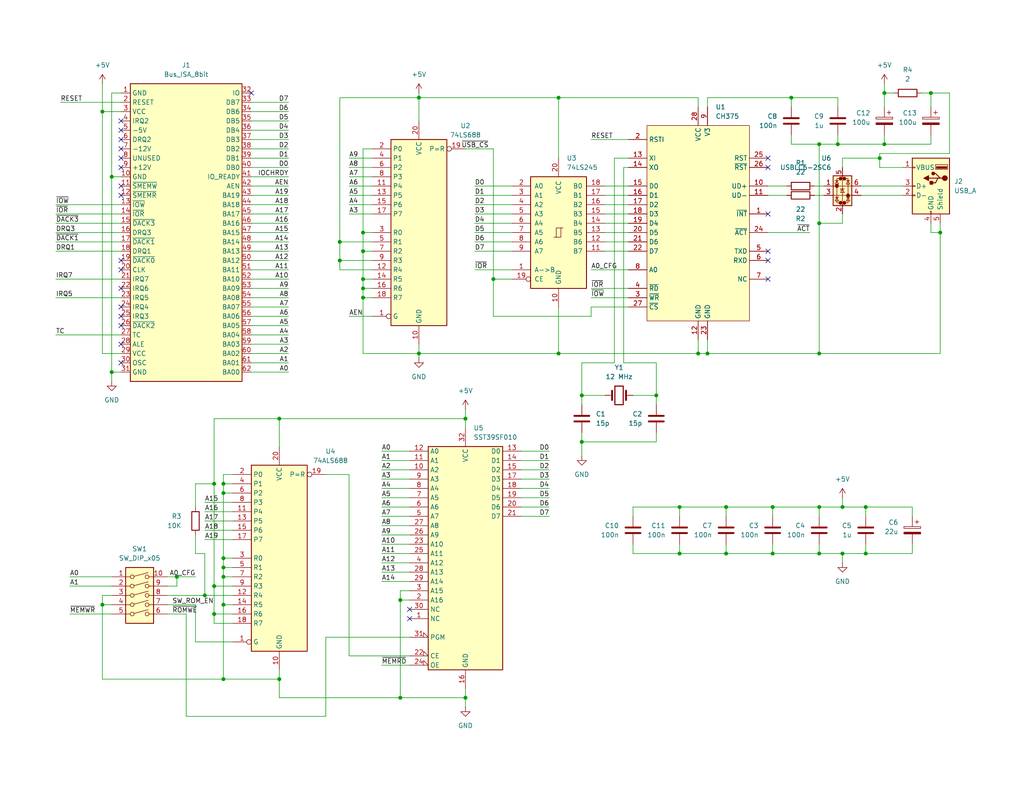
<source format=kicad_sch>
(kicad_sch (version 20231120) (generator "eeschema") (generator_version "8.0")
  (paper "USLetter")
  (title_block (title "USB In The Sky") (date "2024-09-24") (rev "1") (company "Surreality Labs"))
  (lib_symbols
    (symbol "74xx:74LS245" (pin_names (offset 1.016))
      (property "Reference" "U" (at -7.62 16.51 0))
      (property "Value" "74LS245" (at -7.62 -16.51 0))
      (symbol "74LS245_1_0"
        (pin input line (at -12.7 -10.16 0) (length 5.08) (name "A->B") (number "1"))
        (pin power_in line (at 0 -20.32 90) (length 5.08) (name "GND") (number "10"))
        (pin tri_state line (at 12.7 -5.08 180) (length 5.08) (name "B7") (number "11"))
        (pin tri_state line (at 12.7 -2.54 180) (length 5.08) (name "B6") (number "12"))
        (pin tri_state line (at 12.7 0 180) (length 5.08) (name "B5") (number "13"))
        (pin tri_state line (at 12.7 2.54 180) (length 5.08) (name "B4") (number "14"))
        (pin tri_state line (at 12.7 5.08 180) (length 5.08) (name "B3") (number "15"))
        (pin tri_state line (at 12.7 7.62 180) (length 5.08) (name "B2") (number "16"))
        (pin tri_state line (at 12.7 10.16 180) (length 5.08) (name "B1") (number "17"))
        (pin tri_state line (at 12.7 12.7 180) (length 5.08) (name "B0") (number "18"))
        (pin input inverted (at -12.7 -12.7 0) (length 5.08) (name "CE") (number "19"))
        (pin tri_state line (at -12.7 12.7 0) (length 5.08) (name "A0") (number "2"))
        (pin power_in line (at 0 20.32 270) (length 5.08) (name "VCC") (number "20"))
        (pin tri_state line (at -12.7 10.16 0) (length 5.08) (name "A1") (number "3"))
        (pin tri_state line (at -12.7 7.62 0) (length 5.08) (name "A2") (number "4"))
        (pin tri_state line (at -12.7 5.08 0) (length 5.08) (name "A3") (number "5"))
        (pin tri_state line (at -12.7 2.54 0) (length 5.08) (name "A4") (number "6"))
        (pin tri_state line (at -12.7 0 0) (length 5.08) (name "A5") (number "7"))
        (pin tri_state line (at -12.7 -2.54 0) (length 5.08) (name "A6") (number "8"))
        (pin tri_state line (at -12.7 -5.08 0) (length 5.08) (name "A7") (number "9"))
      )
    )
    (symbol "74xx:74LS688"
      (property "Reference" "U" (at -7.62 26.67 0))
      (property "Value" "74LS688" (at -7.62 -26.67 0))
      (symbol "74LS688_1_0"
        (pin input inverted (at -12.7 -22.86 0) (length 5.08) (name "G") (number "1"))
        (pin power_in line (at 0 -30.48 90) (length 5.08) (name "GND") (number "10"))
        (pin input line (at -12.7 12.7 0) (length 5.08) (name "P4") (number "11"))
        (pin input line (at -12.7 -10.16 0) (length 5.08) (name "R4") (number "12"))
        (pin input line (at -12.7 10.16 0) (length 5.08) (name "P5") (number "13"))
        (pin input line (at -12.7 -12.7 0) (length 5.08) (name "R5") (number "14"))
        (pin input line (at -12.7 7.62 0) (length 5.08) (name "P6") (number "15"))
        (pin input line (at -12.7 -15.24 0) (length 5.08) (name "R6") (number "16"))
        (pin input line (at -12.7 5.08 0) (length 5.08) (name "P7") (number "17"))
        (pin input line (at -12.7 -17.78 0) (length 5.08) (name "R7") (number "18"))
        (pin output inverted (at 12.7 22.86 180) (length 5.08) (name "P=R") (number "19"))
        (pin input line (at -12.7 22.86 0) (length 5.08) (name "P0") (number "2"))
        (pin power_in line (at 0 30.48 270) (length 5.08) (name "VCC") (number "20"))
        (pin input line (at -12.7 0 0) (length 5.08) (name "R0") (number "3"))
        (pin input line (at -12.7 20.32 0) (length 5.08) (name "P1") (number "4"))
        (pin input line (at -12.7 -2.54 0) (length 5.08) (name "R1") (number "5"))
        (pin input line (at -12.7 17.78 0) (length 5.08) (name "P2") (number "6"))
        (pin input line (at -12.7 -5.08 0) (length 5.08) (name "R2") (number "7"))
        (pin input line (at -12.7 15.24 0) (length 5.08) (name "P3") (number "8"))
        (pin input line (at -12.7 -7.62 0) (length 5.08) (name "R3") (number "9"))
      )
    )
    (symbol "Connector:Bus_ISA_8bit"
      (property "Reference" "J" (at 0 42.545 0))
      (property "Value" "Bus_ISA_8bit" (at 0 -42.545 0))
      (symbol "Bus_ISA_8bit_1_1"
        (pin power_in line (at -17.78 38.1 0) (length 2.54) (name "GND") (number "1"))
        (pin power_in line (at -17.78 15.24 0) (length 2.54) (name "GND") (number "10"))
        (pin output line (at -17.78 12.7 0) (length 2.54) (name "~{SMEMW}") (number "11"))
        (pin output line (at -17.78 10.16 0) (length 2.54) (name "~{SMEMR}") (number "12"))
        (pin output line (at -17.78 7.62 0) (length 2.54) (name "~{IOW}") (number "13"))
        (pin output line (at -17.78 5.08 0) (length 2.54) (name "~{IOR}") (number "14"))
        (pin passive line (at -17.78 2.54 0) (length 2.54) (name "~{DACK3}") (number "15"))
        (pin passive line (at -17.78 0 0) (length 2.54) (name "DRQ3") (number "16"))
        (pin passive line (at -17.78 -2.54 0) (length 2.54) (name "~{DACK1}") (number "17"))
        (pin passive line (at -17.78 -5.08 0) (length 2.54) (name "DRQ1") (number "18"))
        (pin passive line (at -17.78 -7.62 0) (length 2.54) (name "~{DACK0}") (number "19"))
        (pin output line (at -17.78 35.56 0) (length 2.54) (name "RESET") (number "2"))
        (pin output line (at -17.78 -10.16 0) (length 2.54) (name "CLK") (number "20"))
        (pin passive line (at -17.78 -12.7 0) (length 2.54) (name "IRQ7") (number "21"))
        (pin passive line (at -17.78 -15.24 0) (length 2.54) (name "IRQ6") (number "22"))
        (pin passive line (at -17.78 -17.78 0) (length 2.54) (name "IRQ5") (number "23"))
        (pin passive line (at -17.78 -20.32 0) (length 2.54) (name "IRQ4") (number "24"))
        (pin passive line (at -17.78 -22.86 0) (length 2.54) (name "IRQ3") (number "25"))
        (pin passive line (at -17.78 -25.4 0) (length 2.54) (name "~{DACK2}") (number "26"))
        (pin passive line (at -17.78 -27.94 0) (length 2.54) (name "TC") (number "27"))
        (pin output line (at -17.78 -30.48 0) (length 2.54) (name "ALE") (number "28"))
        (pin power_in line (at -17.78 -33.02 0) (length 2.54) (name "VCC") (number "29"))
        (pin power_in line (at -17.78 33.02 0) (length 2.54) (name "VCC") (number "3"))
        (pin output line (at -17.78 -35.56 0) (length 2.54) (name "OSC") (number "30"))
        (pin power_in line (at -17.78 -38.1 0) (length 2.54) (name "GND") (number "31"))
        (pin passive line (at 17.78 38.1 180) (length 2.54) (name "IO") (number "32"))
        (pin tri_state line (at 17.78 35.56 180) (length 2.54) (name "DB7") (number "33"))
        (pin tri_state line (at 17.78 33.02 180) (length 2.54) (name "DB6") (number "34"))
        (pin tri_state line (at 17.78 30.48 180) (length 2.54) (name "DB5") (number "35"))
        (pin tri_state line (at 17.78 27.94 180) (length 2.54) (name "DB4") (number "36"))
        (pin tri_state line (at 17.78 25.4 180) (length 2.54) (name "DB3") (number "37"))
        (pin tri_state line (at 17.78 22.86 180) (length 2.54) (name "DB2") (number "38"))
        (pin tri_state line (at 17.78 20.32 180) (length 2.54) (name "DB1") (number "39"))
        (pin passive line (at -17.78 30.48 0) (length 2.54) (name "IRQ2") (number "4"))
        (pin tri_state line (at 17.78 17.78 180) (length 2.54) (name "DB0") (number "40"))
        (pin passive line (at 17.78 15.24 180) (length 2.54) (name "IO_READY") (number "41"))
        (pin output line (at 17.78 12.7 180) (length 2.54) (name "AEN") (number "42"))
        (pin tri_state line (at 17.78 10.16 180) (length 2.54) (name "BA19") (number "43"))
        (pin tri_state line (at 17.78 7.62 180) (length 2.54) (name "BA18") (number "44"))
        (pin tri_state line (at 17.78 5.08 180) (length 2.54) (name "BA17") (number "45"))
        (pin tri_state line (at 17.78 2.54 180) (length 2.54) (name "BA16") (number "46"))
        (pin tri_state line (at 17.78 0 180) (length 2.54) (name "BA15") (number "47"))
        (pin tri_state line (at 17.78 -2.54 180) (length 2.54) (name "BA14") (number "48"))
        (pin tri_state line (at 17.78 -5.08 180) (length 2.54) (name "BA13") (number "49"))
        (pin power_in line (at -17.78 27.94 0) (length 2.54) (name "-5V") (number "5"))
        (pin tri_state line (at 17.78 -7.62 180) (length 2.54) (name "BA12") (number "50"))
        (pin tri_state line (at 17.78 -10.16 180) (length 2.54) (name "BA11") (number "51"))
        (pin tri_state line (at 17.78 -12.7 180) (length 2.54) (name "BA10") (number "52"))
        (pin tri_state line (at 17.78 -15.24 180) (length 2.54) (name "BA09") (number "53"))
        (pin tri_state line (at 17.78 -17.78 180) (length 2.54) (name "BA08") (number "54"))
        (pin tri_state line (at 17.78 -20.32 180) (length 2.54) (name "BA07") (number "55"))
        (pin tri_state line (at 17.78 -22.86 180) (length 2.54) (name "BA06") (number "56"))
        (pin tri_state line (at 17.78 -25.4 180) (length 2.54) (name "BA05") (number "57"))
        (pin tri_state line (at 17.78 -27.94 180) (length 2.54) (name "BA04") (number "58"))
        (pin tri_state line (at 17.78 -30.48 180) (length 2.54) (name "BA03") (number "59"))
        (pin passive line (at -17.78 25.4 0) (length 2.54) (name "DRQ2") (number "6"))
        (pin tri_state line (at 17.78 -33.02 180) (length 2.54) (name "BA02") (number "60"))
        (pin tri_state line (at 17.78 -35.56 180) (length 2.54) (name "BA01") (number "61"))
        (pin tri_state line (at 17.78 -38.1 180) (length 2.54) (name "BA00") (number "62"))
        (pin power_in line (at -17.78 22.86 0) (length 2.54) (name "-12V") (number "7"))
        (pin passive line (at -17.78 20.32 0) (length 2.54) (name "UNUSED") (number "8"))
        (pin power_in line (at -17.78 17.78 0) (length 2.54) (name "+12V") (number "9"))
      )
    )
    (symbol "Connector:USB_A" (pin_names (offset 1.016))
      (property "Reference" "J" (at -5.08 11.43 0))
      (property "Value" "USB_A" (at -5.08 8.89 0))
      (symbol "USB_A_1_1"
        (pin power_in line (at 7.62 5.08 180) (length 2.54) (name "VBUS") (number "1"))
        (pin bidirectional line (at 7.62 -2.54 180) (length 2.54) (name "D-") (number "2"))
        (pin bidirectional line (at 7.62 0 180) (length 2.54) (name "D+") (number "3"))
        (pin power_in line (at 0 -10.16 90) (length 2.54) (name "GND") (number "4"))
        (pin passive line (at -2.54 -10.16 90) (length 2.54) (name "Shield") (number "5"))
      )
    )
    (symbol "Device:C" (pin_numbers hide) (pin_names (offset 0.254))
      (property "Reference" "C" (at 0.635 2.54 0))
      (property "Value" "C" (at 0.635 -2.54 0))
      (symbol "C_1_1"
        (pin passive line (at 0 3.81 270) (length 2.794) (name "~") (number "1"))
        (pin passive line (at 0 -3.81 90) (length 2.794) (name "~") (number "2"))
      )
    )
    (symbol "Device:C_Polarized" (pin_numbers hide) (pin_names (offset 0.254))
      (property "Reference" "C" (at 0.635 2.54 0))
      (property "Value" "C_Polarized" (at 0.635 -2.54 0))
      (symbol "C_Polarized_1_1"
        (pin passive line (at 0 3.81 270) (length 2.794) (name "~") (number "1"))
        (pin passive line (at 0 -3.81 90) (length 2.794) (name "~") (number "2"))
      )
    )
    (symbol "Device:Crystal" (pin_numbers hide) (pin_names (offset 1.016) hide)
      (property "Reference" "Y" (at 0 3.81 0))
      (property "Value" "Crystal" (at 0 -3.81 0))
      (symbol "Crystal_1_1"
        (pin passive line (at -3.81 0 0) (length 1.27) (name "1") (number "1"))
        (pin passive line (at 3.81 0 180) (length 1.27) (name "2") (number "2"))
      )
    )
    (symbol "Device:R" (pin_numbers hide) (pin_names (offset 0))
      (property "Reference" "R" (at 2.032 0 90))
      (property "Value" "R" (at 0 0 90))
      (symbol "R_1_1"
        (pin passive line (at 0 3.81 270) (length 1.27) (name "~") (number "1"))
        (pin passive line (at 0 -3.81 90) (length 1.27) (name "~") (number "2"))
      )
    )
    (symbol "Memory_Flash:SST39SF010"
      (property "Reference" "U" (at 2.54 33.02 0))
      (property "Value" "SST39SF010" (at 0 -30.48 0))
      (symbol "SST39SF010_0_0"
        (pin power_in line (at 0 -34.29 90) (length 5.08) (name "GND") (number "16"))
        (pin power_in line (at 0 36.83 270) (length 5.08) (name "VCC") (number "32"))
      )
      (symbol "SST39SF010_1_1"
        (pin input line (at -15.24 -15.24 0) (length 5.08) (name "NC") (number "1"))
        (pin input line (at -15.24 25.4 0) (length 5.08) (name "A2") (number "10"))
        (pin input line (at -15.24 27.94 0) (length 5.08) (name "A1") (number "11"))
        (pin input line (at -15.24 30.48 0) (length 5.08) (name "A0") (number "12"))
        (pin tri_state line (at 15.24 30.48 180) (length 5.08) (name "D0") (number "13"))
        (pin tri_state line (at 15.24 27.94 180) (length 5.08) (name "D1") (number "14"))
        (pin tri_state line (at 15.24 25.4 180) (length 5.08) (name "D2") (number "15"))
        (pin tri_state line (at 15.24 22.86 180) (length 5.08) (name "D3") (number "17"))
        (pin tri_state line (at 15.24 20.32 180) (length 5.08) (name "D4") (number "18"))
        (pin tri_state line (at 15.24 17.78 180) (length 5.08) (name "D5") (number "19"))
        (pin input line (at -15.24 -10.16 0) (length 5.08) (name "A16") (number "2"))
        (pin tri_state line (at 15.24 15.24 180) (length 5.08) (name "D6") (number "20"))
        (pin tri_state line (at 15.24 12.7 180) (length 5.08) (name "D7") (number "21"))
        (pin input input_low (at -15.24 -25.4 0) (length 5.08) (name "CE") (number "22"))
        (pin input line (at -15.24 5.08 0) (length 5.08) (name "A10") (number "23"))
        (pin input input_low (at -15.24 -27.94 0) (length 5.08) (name "OE") (number "24"))
        (pin input line (at -15.24 2.54 0) (length 5.08) (name "A11") (number "25"))
        (pin input line (at -15.24 7.62 0) (length 5.08) (name "A9") (number "26"))
        (pin input line (at -15.24 10.16 0) (length 5.08) (name "A8") (number "27"))
        (pin input line (at -15.24 -2.54 0) (length 5.08) (name "A13") (number "28"))
        (pin input line (at -15.24 -5.08 0) (length 5.08) (name "A14") (number "29"))
        (pin input line (at -15.24 -7.62 0) (length 5.08) (name "A15") (number "3"))
        (pin input line (at -15.24 -12.7 0) (length 5.08) (name "NC") (number "30"))
        (pin input input_low (at -15.24 -20.32 0) (length 5.08) (name "PGM") (number "31"))
        (pin input line (at -15.24 0 0) (length 5.08) (name "A12") (number "4"))
        (pin input line (at -15.24 12.7 0) (length 5.08) (name "A7") (number "5"))
        (pin input line (at -15.24 15.24 0) (length 5.08) (name "A6") (number "6"))
        (pin input line (at -15.24 17.78 0) (length 5.08) (name "A5") (number "7"))
        (pin input line (at -15.24 20.32 0) (length 5.08) (name "A4") (number "8"))
        (pin input line (at -15.24 22.86 0) (length 5.08) (name "A3") (number "9"))
      )
    )
    (symbol "Power_Protection:USBLC6-2SC6" (pin_names hide)
      (property "Reference" "U" (at 0.635 5.715 0))
      (property "Value" "USBLC6-2SC6" (at 0.635 3.81 0))
      (symbol "USBLC6-2SC6_1_1"
        (pin passive line (at -5.08 0 0) (length 2.54) (name "I/O1") (number "1"))
        (pin passive line (at 0 -7.62 90) (length 2.54) (name "GND") (number "2"))
        (pin passive line (at -5.08 -2.54 0) (length 2.54) (name "I/O2") (number "3"))
        (pin passive line (at 5.08 -2.54 180) (length 2.54) (name "I/O2") (number "4"))
        (pin passive line (at 0 5.08 270) (length 2.54) (name "VBUS") (number "5"))
        (pin passive line (at 5.08 0 180) (length 2.54) (name "I/O1") (number "6"))
      )
    )
    (symbol "Switch:SW_DIP_x05" (pin_names (offset 0) hide)
      (property "Reference" "SW" (at 0 8.89 0))
      (property "Value" "SW_DIP_x05" (at 0 -8.89 0))
      (symbol "SW_DIP_x05_1_1"
        (pin passive line (at -7.62 5.08 0) (length 5.08) (name "~") (number "1"))
        (pin passive line (at 7.62 5.08 180) (length 5.08) (name "~") (number "10"))
        (pin passive line (at -7.62 2.54 0) (length 5.08) (name "~") (number "2"))
        (pin passive line (at -7.62 0 0) (length 5.08) (name "~") (number "3"))
        (pin passive line (at -7.62 -2.54 0) (length 5.08) (name "~") (number "4"))
        (pin passive line (at -7.62 -5.08 0) (length 5.08) (name "~") (number "5"))
        (pin passive line (at 7.62 -5.08 180) (length 5.08) (name "~") (number "6"))
        (pin passive line (at 7.62 -2.54 180) (length 5.08) (name "~") (number "7"))
        (pin passive line (at 7.62 0 180) (length 5.08) (name "~") (number "8"))
        (pin passive line (at 7.62 2.54 180) (length 5.08) (name "~") (number "9"))
      )
    )
    (symbol "pc-parts:CH375"
      (property "Reference" "U" (at 0 0 0))
      (symbol "CH375_0_0"
        (pin output line (at 19.05 2.54 180) (length 5.08) (name "~{INT}") (number "1"))
        (pin bidirectional line (at 19.05 10.16 180) (length 5.08) (name "UD+") (number "10"))
        (pin bidirectional line (at 19.05 7.62 180) (length 5.08) (name "UD-") (number "11"))
        (pin power_in line (at 0 -31.75 90) (length 5.08) (name "GND") (number "12"))
        (pin input line (at -19.05 17.78 0) (length 5.08) (name "XI") (number "13"))
        (pin output line (at -19.05 15.24 0) (length 5.08) (name "XO") (number "14"))
        (pin bidirectional line (at -19.05 10.16 0) (length 5.08) (name "D0") (number "15"))
        (pin bidirectional line (at -19.05 7.62 0) (length 5.08) (name "D1") (number "16"))
        (pin bidirectional line (at -19.05 5.08 0) (length 5.08) (name "D2") (number "17"))
        (pin bidirectional line (at -19.05 2.54 0) (length 5.08) (name "D3") (number "18"))
        (pin bidirectional line (at -19.05 0 0) (length 5.08) (name "D4") (number "19"))
        (pin input line (at -19.05 22.86 0) (length 5.08) (name "RSTI") (number "2"))
        (pin bidirectional line (at -19.05 -2.54 0) (length 5.08) (name "D5") (number "20"))
        (pin bidirectional line (at -19.05 -5.08 0) (length 5.08) (name "D6") (number "21"))
        (pin bidirectional line (at -19.05 -7.62 0) (length 5.08) (name "D7") (number "22"))
        (pin power_in line (at 2.54 -31.75 90) (length 5.08) (name "GND") (number "23"))
        (pin output line (at 19.05 -2.54 180) (length 5.08) (name "~{ACT}") (number "24"))
        (pin output line (at 19.05 17.78 180) (length 5.08) (name "RST") (number "25"))
        (pin output line (at 19.05 15.24 180) (length 5.08) (name "~{RST}") (number "26"))
        (pin input line (at -19.05 -22.86 0) (length 5.08) (name "~{CS}") (number "27"))
        (pin power_in line (at 0 31.75 270) (length 5.08) (name "VCC") (number "28"))
        (pin input line (at -19.05 -20.32 0) (length 5.08) (name "~{WR}") (number "3"))
        (pin input line (at -19.05 -17.78 0) (length 5.08) (name "~{RD}") (number "4"))
        (pin bidirectional line (at 19.05 -7.62 180) (length 5.08) (name "TXD") (number "5"))
        (pin input line (at 19.05 -10.16 180) (length 5.08) (name "RXD") (number "6"))
        (pin input line (at 19.05 -15.24 180) (length 5.08) (name "NC") (number "7"))
        (pin input line (at -19.05 -12.7 0) (length 5.08) (name "A0") (number "8"))
        (pin power_in line (at 2.54 31.75 270) (length 5.08) (name "V3") (number "9"))
      )
    )
    (symbol "power:+5V" (power) (pin_numbers hide) (pin_names (offset 0) hide)
      (property "Value" "+5V" (at 0 3.556 0))
      (symbol "+5V_1_1"
        (pin power_in line (at 0 0 90) (length 0) (name "~") (number "1"))
      )
    )
    (symbol "power:GND" (power) (pin_numbers hide) (pin_names (offset 0) hide)
      (property "Value" "GND" (at 0 -3.81 0))
      (symbol "GND_1_1"
        (pin power_in line (at 0 0 270) (length 0) (name "~") (number "1"))
      )
    )
  )
  (junction (at 127 114.3))
  (junction (at 60.96 165.1))
  (junction (at 190.5 96.52))
  (junction (at 215.9 26.67))
  (junction (at 58.42 132.08))
  (junction (at 60.96 157.48))
  (junction (at 27.94 30.48))
  (junction (at 134.62 76.2))
  (junction (at 114.3 26.67))
  (junction (at 185.42 138.43))
  (junction (at 109.22 190.5))
  (junction (at 58.42 167.64))
  (junction (at 127 190.5))
  (junction (at 152.4 96.52))
  (junction (at 256.54 63.5))
  (junction (at 99.06 63.5))
  (junction (at 229.87 151.13))
  (junction (at 92.71 66.04))
  (junction (at 30.48 101.6))
  (junction (at 60.96 152.4))
  (junction (at 48.26 157.48))
  (junction (at 99.06 68.58))
  (junction (at 241.3 25.4))
  (junction (at 198.12 138.43))
  (junction (at 179.07 107.95))
  (junction (at 236.22 151.13))
  (junction (at 58.42 160.02))
  (junction (at 109.22 163.83))
  (junction (at 185.42 151.13))
  (junction (at 76.2 114.3))
  (junction (at 210.82 151.13))
  (junction (at 223.52 39.37))
  (junction (at 76.2 185.42))
  (junction (at 228.6 39.37))
  (junction (at 193.04 96.52))
  (junction (at 241.3 39.37))
  (junction (at 158.75 107.95))
  (junction (at 60.96 154.94))
  (junction (at 60.96 134.62))
  (junction (at 240.03 43.18))
  (junction (at 229.87 138.43))
  (junction (at 158.75 120.65))
  (junction (at 223.52 151.13))
  (junction (at 27.94 165.1))
  (junction (at 114.3 96.52))
  (junction (at 99.06 78.74))
  (junction (at 60.96 132.08))
  (junction (at 223.52 138.43))
  (junction (at 236.22 138.43))
  (junction (at 92.71 71.12))
  (junction (at 152.4 26.67))
  (junction (at 99.06 76.2))
  (junction (at 198.12 151.13))
  (junction (at 223.52 60.96))
  (junction (at 223.52 96.52))
  (junction (at 55.88 162.56))
  (junction (at 254 25.4))
  (junction (at 99.06 81.28))
  (junction (at 30.48 48.26))
  (junction (at 60.96 185.42))
  (junction (at 210.82 138.43))
  (no_connect (at 111.76 168.91))
  (no_connect (at 33.02 45.72))
  (no_connect (at 209.55 68.58))
  (no_connect (at 33.02 50.8))
  (no_connect (at 33.02 40.64))
  (no_connect (at 33.02 71.12))
  (no_connect (at 33.02 78.74))
  (no_connect (at 33.02 38.1))
  (no_connect (at 209.55 76.2))
  (no_connect (at 33.02 35.56))
  (no_connect (at 33.02 53.34))
  (no_connect (at 68.58 25.4))
  (no_connect (at 33.02 73.66))
  (no_connect (at 33.02 99.06))
  (no_connect (at 33.02 88.9))
  (no_connect (at 33.02 43.18))
  (no_connect (at 33.02 33.02))
  (no_connect (at 209.55 45.72))
  (no_connect (at 33.02 86.36))
  (no_connect (at 209.55 58.42))
  (no_connect (at 209.55 43.18))
  (no_connect (at 33.02 93.98))
  (no_connect (at 111.76 166.37))
  (no_connect (at 209.55 71.12))
  (no_connect (at 33.02 83.82))
  (wire (pts (xy 30.48 101.6) (xy 33.02 101.6)))
  (wire (pts (xy 111.76 125.73) (xy 104.14 125.73)))
  (wire (pts (xy 185.42 140.97) (xy 185.42 138.43)))
  (wire (pts (xy 111.76 156.21) (xy 104.14 156.21)))
  (wire (pts (xy 228.6 39.37) (xy 241.3 39.37)))
  (wire (pts (xy 193.04 29.21) (xy 193.04 26.67)))
  (wire (pts (xy 165.1 66.04) (xy 171.45 66.04)))
  (wire (pts (xy 111.76 138.43) (xy 104.14 138.43)))
  (wire (pts (xy 198.12 140.97) (xy 198.12 138.43)))
  (wire (pts (xy 165.1 68.58) (xy 171.45 68.58)))
  (wire (pts (xy 55.88 162.56) (xy 63.5 162.56)))
  (wire (pts (xy 68.58 60.96) (xy 78.74 60.96)))
  (wire (pts (xy 223.52 148.59) (xy 223.52 151.13)))
  (wire (pts (xy 161.29 73.66) (xy 171.45 73.66)))
  (wire (pts (xy 58.42 160.02) (xy 58.42 167.64)))
  (wire (pts (xy 198.12 151.13) (xy 185.42 151.13)))
  (wire (pts (xy 58.42 160.02) (xy 63.5 160.02)))
  (wire (pts (xy 248.92 138.43) (xy 248.92 140.97)))
  (wire (pts (xy 254 36.83) (xy 254 39.37)))
  (wire (pts (xy 95.25 86.36) (xy 101.6 86.36)))
  (wire (pts (xy 228.6 36.83) (xy 228.6 39.37)))
  (wire (pts (xy 215.9 26.67) (xy 215.9 29.21)))
  (wire (pts (xy 241.3 25.4) (xy 241.3 29.21)))
  (wire (pts (xy 15.24 66.04) (xy 33.02 66.04)))
  (wire (pts (xy 114.3 25.4) (xy 114.3 26.67)))
  (wire (pts (xy 76.2 182.88) (xy 76.2 185.42)))
  (wire (pts (xy 95.25 50.8) (xy 101.6 50.8)))
  (wire (pts (xy 76.2 114.3) (xy 76.2 121.92)))
  (wire (pts (xy 185.42 138.43) (xy 198.12 138.43)))
  (wire (pts (xy 254 39.37) (xy 241.3 39.37)))
  (wire (pts (xy 111.76 163.83) (xy 109.22 163.83)))
  (wire (pts (xy 193.04 96.52) (xy 223.52 96.52)))
  (wire (pts (xy 223.52 96.52) (xy 256.54 96.52)))
  (wire (pts (xy 95.25 129.54) (xy 95.25 179.07)))
  (wire (pts (xy 68.58 55.88) (xy 78.74 55.88)))
  (wire (pts (xy 104.14 181.61) (xy 111.76 181.61)))
  (wire (pts (xy 139.7 68.58) (xy 129.54 68.58)))
  (wire (pts (xy 111.76 135.89) (xy 104.14 135.89)))
  (wire (pts (xy 68.58 88.9) (xy 78.74 88.9)))
  (wire (pts (xy 139.7 50.8) (xy 129.54 50.8)))
  (wire (pts (xy 165.1 63.5) (xy 171.45 63.5)))
  (wire (pts (xy 109.22 161.29) (xy 109.22 163.83)))
  (wire (pts (xy 68.58 81.28) (xy 78.74 81.28)))
  (wire (pts (xy 158.75 120.65) (xy 158.75 118.11)))
  (wire (pts (xy 58.42 167.64) (xy 63.5 167.64)))
  (wire (pts (xy 50.8 167.64) (xy 50.8 195.58)))
  (wire (pts (xy 45.72 167.64) (xy 50.8 167.64)))
  (wire (pts (xy 53.34 138.43) (xy 53.34 132.08)))
  (wire (pts (xy 63.5 147.32) (xy 55.88 147.32)))
  (wire (pts (xy 179.07 120.65) (xy 158.75 120.65)))
  (wire (pts (xy 111.76 148.59) (xy 104.14 148.59)))
  (wire (pts (xy 58.42 114.3) (xy 58.42 132.08)))
  (wire (pts (xy 60.96 134.62) (xy 60.96 152.4)))
  (wire (pts (xy 198.12 151.13) (xy 198.12 148.59)))
  (wire (pts (xy 127 190.5) (xy 127 193.04)))
  (wire (pts (xy 99.06 76.2) (xy 99.06 78.74)))
  (wire (pts (xy 95.25 179.07) (xy 111.76 179.07)))
  (wire (pts (xy 111.76 158.75) (xy 104.14 158.75)))
  (wire (pts (xy 111.76 153.67) (xy 104.14 153.67)))
  (wire (pts (xy 179.07 99.06) (xy 179.07 107.95)))
  (wire (pts (xy 114.3 26.67) (xy 152.4 26.67)))
  (wire (pts (xy 68.58 91.44) (xy 78.74 91.44)))
  (wire (pts (xy 254 63.5) (xy 256.54 63.5)))
  (wire (pts (xy 30.48 48.26) (xy 30.48 101.6)))
  (wire (pts (xy 142.24 138.43) (xy 149.86 138.43)))
  (wire (pts (xy 68.58 30.48) (xy 78.74 30.48)))
  (wire (pts (xy 68.58 45.72) (xy 78.74 45.72)))
  (wire (pts (xy 27.94 22.86) (xy 27.94 30.48)))
  (wire (pts (xy 210.82 140.97) (xy 210.82 138.43)))
  (wire (pts (xy 170.18 99.06) (xy 179.07 99.06)))
  (wire (pts (xy 58.42 114.3) (xy 76.2 114.3)))
  (wire (pts (xy 171.45 83.82) (xy 161.29 83.82)))
  (wire (pts (xy 193.04 26.67) (xy 215.9 26.67)))
  (wire (pts (xy 152.4 96.52) (xy 152.4 83.82)))
  (wire (pts (xy 60.96 154.94) (xy 60.96 152.4)))
  (wire (pts (xy 165.1 55.88) (xy 171.45 55.88)))
  (wire (pts (xy 99.06 76.2) (xy 101.6 76.2)))
  (wire (pts (xy 165.1 58.42) (xy 171.45 58.42)))
  (wire (pts (xy 68.58 86.36) (xy 78.74 86.36)))
  (wire (pts (xy 68.58 53.34) (xy 78.74 53.34)))
  (wire (pts (xy 210.82 151.13) (xy 210.82 148.59)))
  (wire (pts (xy 68.58 78.74) (xy 78.74 78.74)))
  (wire (pts (xy 158.75 99.06) (xy 158.75 107.95)))
  (wire (pts (xy 50.8 195.58) (xy 88.9 195.58)))
  (wire (pts (xy 15.24 81.28) (xy 33.02 81.28)))
  (wire (pts (xy 68.58 93.98) (xy 78.74 93.98)))
  (wire (pts (xy 190.5 26.67) (xy 152.4 26.67)))
  (wire (pts (xy 68.58 48.26) (xy 78.74 48.26)))
  (wire (pts (xy 48.26 160.02) (xy 48.26 157.48)))
  (wire (pts (xy 161.29 81.28) (xy 171.45 81.28)))
  (wire (pts (xy 210.82 138.43) (xy 223.52 138.43)))
  (wire (pts (xy 19.05 157.48) (xy 30.48 157.48)))
  (wire (pts (xy 240.03 43.18) (xy 229.87 43.18)))
  (wire (pts (xy 251.46 25.4) (xy 254 25.4)))
  (wire (pts (xy 60.96 157.48) (xy 60.96 154.94)))
  (wire (pts (xy 111.76 161.29) (xy 109.22 161.29)))
  (wire (pts (xy 68.58 83.82) (xy 78.74 83.82)))
  (wire (pts (xy 27.94 165.1) (xy 30.48 165.1)))
  (wire (pts (xy 240.03 41.91) (xy 259.08 41.91)))
  (wire (pts (xy 48.26 157.48) (xy 53.34 157.48)))
  (wire (pts (xy 114.3 96.52) (xy 114.3 93.98)))
  (wire (pts (xy 53.34 146.05) (xy 53.34 151.13)))
  (wire (pts (xy 60.96 132.08) (xy 60.96 134.62)))
  (wire (pts (xy 92.71 66.04) (xy 92.71 71.12)))
  (wire (pts (xy 68.58 35.56) (xy 78.74 35.56)))
  (wire (pts (xy 222.25 50.8) (xy 224.79 50.8)))
  (wire (pts (xy 167.64 99.06) (xy 167.64 43.18)))
  (wire (pts (xy 99.06 78.74) (xy 101.6 78.74)))
  (wire (pts (xy 209.55 53.34) (xy 214.63 53.34)))
  (wire (pts (xy 190.5 96.52) (xy 193.04 96.52)))
  (wire (pts (xy 60.96 134.62) (xy 63.5 134.62)))
  (wire (pts (xy 63.5 175.26) (xy 53.34 175.26)))
  (wire (pts (xy 161.29 78.74) (xy 171.45 78.74)))
  (wire (pts (xy 193.04 96.52) (xy 193.04 92.71)))
  (wire (pts (xy 60.96 165.1) (xy 60.96 157.48)))
  (wire (pts (xy 222.25 53.34) (xy 224.79 53.34)))
  (wire (pts (xy 127 114.3) (xy 76.2 114.3)))
  (wire (pts (xy 95.25 58.42) (xy 101.6 58.42)))
  (wire (pts (xy 68.58 63.5) (xy 78.74 63.5)))
  (wire (pts (xy 139.7 58.42) (xy 129.54 58.42)))
  (wire (pts (xy 223.52 60.96) (xy 223.52 96.52)))
  (wire (pts (xy 99.06 96.52) (xy 114.3 96.52)))
  (wire (pts (xy 254 60.96) (xy 254 63.5)))
  (wire (pts (xy 127 40.64) (xy 134.62 40.64)))
  (wire (pts (xy 158.75 107.95) (xy 158.75 110.49)))
  (wire (pts (xy 161.29 38.1) (xy 171.45 38.1)))
  (wire (pts (xy 241.3 25.4) (xy 243.84 25.4)))
  (wire (pts (xy 111.76 130.81) (xy 104.14 130.81)))
  (wire (pts (xy 248.92 148.59) (xy 248.92 151.13)))
  (wire (pts (xy 228.6 26.67) (xy 228.6 29.21)))
  (wire (pts (xy 259.08 41.91) (xy 259.08 25.4)))
  (wire (pts (xy 95.25 53.34) (xy 101.6 53.34)))
  (wire (pts (xy 19.05 160.02) (xy 30.48 160.02)))
  (wire (pts (xy 167.64 43.18) (xy 171.45 43.18)))
  (wire (pts (xy 215.9 39.37) (xy 223.52 39.37)))
  (wire (pts (xy 68.58 96.52) (xy 78.74 96.52)))
  (wire (pts (xy 223.52 39.37) (xy 228.6 39.37)))
  (wire (pts (xy 27.94 162.56) (xy 27.94 165.1)))
  (wire (pts (xy 99.06 40.64) (xy 99.06 63.5)))
  (wire (pts (xy 68.58 73.66) (xy 78.74 73.66)))
  (wire (pts (xy 142.24 123.19) (xy 149.86 123.19)))
  (wire (pts (xy 92.71 71.12) (xy 101.6 71.12)))
  (wire (pts (xy 68.58 66.04) (xy 78.74 66.04)))
  (wire (pts (xy 95.25 45.72) (xy 101.6 45.72)))
  (wire (pts (xy 19.05 167.64) (xy 30.48 167.64)))
  (wire (pts (xy 139.7 53.34) (xy 129.54 53.34)))
  (wire (pts (xy 109.22 190.5) (xy 127 190.5)))
  (wire (pts (xy 139.7 63.5) (xy 129.54 63.5)))
  (wire (pts (xy 15.24 63.5) (xy 33.02 63.5)))
  (wire (pts (xy 172.72 151.13) (xy 172.72 148.59)))
  (wire (pts (xy 68.58 99.06) (xy 78.74 99.06)))
  (wire (pts (xy 15.24 91.44) (xy 33.02 91.44)))
  (wire (pts (xy 55.88 151.13) (xy 55.88 162.56)))
  (wire (pts (xy 88.9 173.99) (xy 111.76 173.99)))
  (wire (pts (xy 15.24 68.58) (xy 33.02 68.58)))
  (wire (pts (xy 223.52 39.37) (xy 223.52 60.96)))
  (wire (pts (xy 210.82 151.13) (xy 198.12 151.13)))
  (wire (pts (xy 58.42 167.64) (xy 58.42 170.18)))
  (wire (pts (xy 223.52 138.43) (xy 223.52 140.97)))
  (wire (pts (xy 33.02 96.52) (xy 27.94 96.52)))
  (wire (pts (xy 68.58 76.2) (xy 78.74 76.2)))
  (wire (pts (xy 60.96 185.42) (xy 60.96 165.1)))
  (wire (pts (xy 45.72 162.56) (xy 55.88 162.56)))
  (wire (pts (xy 209.55 63.5) (xy 220.98 63.5)))
  (wire (pts (xy 229.87 151.13) (xy 223.52 151.13)))
  (wire (pts (xy 99.06 68.58) (xy 99.06 76.2)))
  (wire (pts (xy 15.24 76.2) (xy 33.02 76.2)))
  (wire (pts (xy 53.34 165.1) (xy 45.72 165.1)))
  (wire (pts (xy 109.22 190.5) (xy 76.2 190.5)))
  (wire (pts (xy 33.02 25.4) (xy 30.48 25.4)))
  (wire (pts (xy 63.5 139.7) (xy 55.88 139.7)))
  (wire (pts (xy 111.76 143.51) (xy 104.14 143.51)))
  (wire (pts (xy 30.48 48.26) (xy 33.02 48.26)))
  (wire (pts (xy 68.58 40.64) (xy 78.74 40.64)))
  (wire (pts (xy 30.48 101.6) (xy 30.48 104.14)))
  (wire (pts (xy 111.76 133.35) (xy 104.14 133.35)))
  (wire (pts (xy 161.29 83.82) (xy 161.29 86.36)))
  (wire (pts (xy 185.42 151.13) (xy 185.42 148.59)))
  (wire (pts (xy 171.45 45.72) (xy 170.18 45.72)))
  (wire (pts (xy 215.9 26.67) (xy 228.6 26.67)))
  (wire (pts (xy 76.2 190.5) (xy 76.2 185.42)))
  (wire (pts (xy 109.22 163.83) (xy 109.22 190.5)))
  (wire (pts (xy 127 116.84) (xy 127 114.3)))
  (wire (pts (xy 254 25.4) (xy 254 29.21)))
  (wire (pts (xy 68.58 38.1) (xy 78.74 38.1)))
  (wire (pts (xy 92.71 66.04) (xy 101.6 66.04)))
  (wire (pts (xy 68.58 71.12) (xy 78.74 71.12)))
  (wire (pts (xy 172.72 140.97) (xy 172.72 138.43)))
  (wire (pts (xy 76.2 185.42) (xy 60.96 185.42)))
  (wire (pts (xy 127 190.5) (xy 127 187.96)))
  (wire (pts (xy 223.52 60.96) (xy 229.87 60.96)))
  (wire (pts (xy 142.24 133.35) (xy 149.86 133.35)))
  (wire (pts (xy 165.1 53.34) (xy 171.45 53.34)))
  (wire (pts (xy 45.72 157.48) (xy 48.26 157.48)))
  (wire (pts (xy 209.55 50.8) (xy 214.63 50.8)))
  (wire (pts (xy 114.3 96.52) (xy 114.3 97.79)))
  (wire (pts (xy 60.96 129.54) (xy 60.96 132.08)))
  (wire (pts (xy 16.51 27.94) (xy 33.02 27.94)))
  (wire (pts (xy 27.94 185.42) (xy 60.96 185.42)))
  (wire (pts (xy 45.72 160.02) (xy 48.26 160.02)))
  (wire (pts (xy 114.3 96.52) (xy 152.4 96.52)))
  (wire (pts (xy 152.4 96.52) (xy 190.5 96.52)))
  (wire (pts (xy 179.07 107.95) (xy 172.72 107.95)))
  (wire (pts (xy 88.9 129.54) (xy 95.25 129.54)))
  (wire (pts (xy 134.62 86.36) (xy 134.62 76.2)))
  (wire (pts (xy 68.58 50.8) (xy 78.74 50.8)))
  (wire (pts (xy 236.22 138.43) (xy 248.92 138.43)))
  (wire (pts (xy 68.58 101.6) (xy 78.74 101.6)))
  (wire (pts (xy 179.07 107.95) (xy 179.07 110.49)))
  (wire (pts (xy 139.7 60.96) (xy 129.54 60.96)))
  (wire (pts (xy 179.07 118.11) (xy 179.07 120.65)))
  (wire (pts (xy 223.52 151.13) (xy 210.82 151.13)))
  (wire (pts (xy 185.42 151.13) (xy 172.72 151.13)))
  (wire (pts (xy 215.9 36.83) (xy 215.9 39.37)))
  (wire (pts (xy 92.71 26.67) (xy 114.3 26.67)))
  (wire (pts (xy 60.96 165.1) (xy 63.5 165.1)))
  (wire (pts (xy 142.24 135.89) (xy 149.86 135.89)))
  (wire (pts (xy 111.76 140.97) (xy 104.14 140.97)))
  (wire (pts (xy 95.25 55.88) (xy 101.6 55.88)))
  (wire (pts (xy 99.06 81.28) (xy 99.06 96.52)))
  (wire (pts (xy 234.95 50.8) (xy 246.38 50.8)))
  (wire (pts (xy 101.6 73.66) (xy 92.71 73.66)))
  (wire (pts (xy 241.3 36.83) (xy 241.3 39.37)))
  (wire (pts (xy 53.34 132.08) (xy 58.42 132.08)))
  (wire (pts (xy 229.87 151.13) (xy 229.87 153.67)))
  (wire (pts (xy 259.08 25.4) (xy 254 25.4)))
  (wire (pts (xy 170.18 45.72) (xy 170.18 99.06)))
  (wire (pts (xy 134.62 76.2) (xy 134.62 40.64)))
  (wire (pts (xy 229.87 135.89) (xy 229.87 138.43)))
  (wire (pts (xy 246.38 45.72) (xy 240.03 45.72)))
  (wire (pts (xy 92.71 71.12) (xy 92.71 73.66)))
  (wire (pts (xy 88.9 195.58) (xy 88.9 173.99)))
  (wire (pts (xy 229.87 138.43) (xy 236.22 138.43)))
  (wire (pts (xy 68.58 33.02) (xy 78.74 33.02)))
  (wire (pts (xy 99.06 40.64) (xy 101.6 40.64)))
  (wire (pts (xy 152.4 26.67) (xy 152.4 43.18)))
  (wire (pts (xy 53.34 175.26) (xy 53.34 165.1)))
  (wire (pts (xy 99.06 68.58) (xy 101.6 68.58)))
  (wire (pts (xy 27.94 185.42) (xy 27.94 165.1)))
  (wire (pts (xy 60.96 132.08) (xy 63.5 132.08)))
  (wire (pts (xy 158.75 120.65) (xy 158.75 124.46)))
  (wire (pts (xy 223.52 138.43) (xy 229.87 138.43)))
  (wire (pts (xy 68.58 58.42) (xy 78.74 58.42)))
  (wire (pts (xy 158.75 99.06) (xy 167.64 99.06)))
  (wire (pts (xy 63.5 170.18) (xy 58.42 170.18)))
  (wire (pts (xy 111.76 151.13) (xy 104.14 151.13)))
  (wire (pts (xy 129.54 73.66) (xy 139.7 73.66)))
  (wire (pts (xy 99.06 63.5) (xy 99.06 68.58)))
  (wire (pts (xy 190.5 96.52) (xy 190.5 92.71)))
  (wire (pts (xy 111.76 123.19) (xy 104.14 123.19)))
  (wire (pts (xy 165.1 50.8) (xy 171.45 50.8)))
  (wire (pts (xy 142.24 128.27) (xy 149.86 128.27)))
  (wire (pts (xy 142.24 125.73) (xy 149.86 125.73)))
  (wire (pts (xy 63.5 142.24) (xy 55.88 142.24)))
  (wire (pts (xy 161.29 86.36) (xy 134.62 86.36)))
  (wire (pts (xy 27.94 96.52) (xy 27.94 30.48)))
  (wire (pts (xy 229.87 58.42) (xy 229.87 60.96)))
  (wire (pts (xy 63.5 129.54) (xy 60.96 129.54)))
  (wire (pts (xy 53.34 151.13) (xy 55.88 151.13)))
  (wire (pts (xy 15.24 55.88) (xy 33.02 55.88)))
  (wire (pts (xy 165.1 60.96) (xy 171.45 60.96)))
  (wire (pts (xy 256.54 63.5) (xy 256.54 96.52)))
  (wire (pts (xy 111.76 128.27) (xy 104.14 128.27)))
  (wire (pts (xy 15.24 60.96) (xy 33.02 60.96)))
  (wire (pts (xy 236.22 138.43) (xy 236.22 140.97)))
  (wire (pts (xy 127 111.76) (xy 127 114.3)))
  (wire (pts (xy 60.96 157.48) (xy 63.5 157.48)))
  (wire (pts (xy 58.42 132.08) (xy 58.42 160.02)))
  (wire (pts (xy 15.24 58.42) (xy 33.02 58.42)))
  (wire (pts (xy 63.5 137.16) (xy 55.88 137.16)))
  (wire (pts (xy 240.03 43.18) (xy 240.03 41.91)))
  (wire (pts (xy 190.5 29.21) (xy 190.5 26.67)))
  (wire (pts (xy 142.24 130.81) (xy 149.86 130.81)))
  (wire (pts (xy 111.76 146.05) (xy 104.14 146.05)))
  (wire (pts (xy 30.48 25.4) (xy 30.48 48.26)))
  (wire (pts (xy 158.75 107.95) (xy 165.1 107.95)))
  (wire (pts (xy 68.58 27.94) (xy 78.74 27.94)))
  (wire (pts (xy 139.7 76.2) (xy 134.62 76.2)))
  (wire (pts (xy 99.06 78.74) (xy 99.06 81.28)))
  (wire (pts (xy 68.58 68.58) (xy 78.74 68.58)))
  (wire (pts (xy 139.7 66.04) (xy 129.54 66.04)))
  (wire (pts (xy 139.7 55.88) (xy 129.54 55.88)))
  (wire (pts (xy 60.96 152.4) (xy 63.5 152.4)))
  (wire (pts (xy 60.96 154.94) (xy 63.5 154.94)))
  (wire (pts (xy 95.25 43.18) (xy 101.6 43.18)))
  (wire (pts (xy 30.48 162.56) (xy 27.94 162.56)))
  (wire (pts (xy 142.24 140.97) (xy 149.86 140.97)))
  (wire (pts (xy 114.3 26.67) (xy 114.3 33.02)))
  (wire (pts (xy 236.22 148.59) (xy 236.22 151.13)))
  (wire (pts (xy 172.72 138.43) (xy 185.42 138.43)))
  (wire (pts (xy 63.5 144.78) (xy 55.88 144.78)))
  (wire (pts (xy 229.87 43.18) (xy 229.87 45.72)))
  (wire (pts (xy 240.03 45.72) (xy 240.03 43.18)))
  (wire (pts (xy 234.95 53.34) (xy 246.38 53.34)))
  (wire (pts (xy 95.25 48.26) (xy 101.6 48.26)))
  (wire (pts (xy 241.3 22.86) (xy 241.3 25.4)))
  (wire (pts (xy 99.06 81.28) (xy 101.6 81.28)))
  (wire (pts (xy 92.71 26.67) (xy 92.71 66.04)))
  (wire (pts (xy 256.54 60.96) (xy 256.54 63.5)))
  (wire (pts (xy 27.94 30.48) (xy 33.02 30.48)))
  (wire (pts (xy 68.58 43.18) (xy 78.74 43.18)))
  (wire (pts (xy 99.06 63.5) (xy 101.6 63.5)))
  (wire (pts (xy 236.22 151.13) (xy 229.87 151.13)))
  (wire (pts (xy 198.12 138.43) (xy 210.82 138.43)))
  (wire (pts (xy 248.92 151.13) (xy 236.22 151.13)))
  (label "AEN" (at 78.74 50.8 180))
  (label "A2" (at 78.74 96.52 180))
  (label "~{ROMWE}" (at 46.99 167.64 0))
  (label "D3" (at 149.86 130.81 180))
  (label "A3" (at 95.25 58.42 0))
  (label "AEN" (at 95.25 86.36 0))
  (label "RESET" (at 16.51 27.94 0))
  (label "A5" (at 104.14 135.89 0))
  (label "A14" (at 78.74 66.04 180))
  (label "D1" (at 78.74 43.18 180))
  (label "DRQ3" (at 15.24 63.5 0))
  (label "A4" (at 95.25 55.88 0))
  (label "A6" (at 95.25 50.8 0))
  (label "A6" (at 78.74 86.36 180))
  (label "D7" (at 78.74 27.94 180))
  (label "~{IOR}" (at 129.54 73.66 0))
  (label "A0_CFG" (at 161.29 73.66 0))
  (label "A9" (at 78.74 78.74 180))
  (label "D1" (at 129.54 53.34 0))
  (label "D6" (at 149.86 138.43 180))
  (label "A11" (at 104.14 151.13 0))
  (label "A1" (at 19.05 160.02 0))
  (label "D6" (at 78.74 30.48 180))
  (label "~{IOR}" (at 161.29 78.74 0))
  (label "A0" (at 78.74 101.6 180))
  (label "A15" (at 55.88 137.16 0))
  (label "D7" (at 129.54 68.58 0))
  (label "A14" (at 104.14 158.75 0))
  (label "D5" (at 129.54 63.5 0))
  (label "A4" (at 104.14 133.35 0))
  (label "D6" (at 129.54 66.04 0))
  (label "D0" (at 78.74 45.72 180))
  (label "A7" (at 78.74 83.82 180))
  (label "~{MEMWR}" (at 19.05 167.64 0))
  (label "D3" (at 78.74 38.1 180))
  (label "A1" (at 104.14 125.73 0))
  (label "D4" (at 78.74 35.56 180))
  (label "A17" (at 55.88 142.24 0))
  (label "~{ACT}" (at 220.98 63.5 180))
  (label "A9" (at 104.14 146.05 0))
  (label "D0" (at 129.54 50.8 0))
  (label "A3" (at 78.74 93.98 180))
  (label "~{IOW}" (at 161.29 81.28 0))
  (label "A8" (at 78.74 81.28 180))
  (label "A19" (at 55.88 147.32 0))
  (label "~{IOW}" (at 15.24 55.88 0))
  (label "TC" (at 15.24 91.44 0))
  (label "A3" (at 104.14 130.81 0))
  (label "~{DACK1}" (at 15.24 66.04 0))
  (label "D1" (at 149.86 125.73 180))
  (label "~{DACK3}" (at 15.24 60.96 0))
  (label "D4" (at 149.86 133.35 180))
  (label "A16" (at 55.88 139.7 0))
  (label "A2" (at 104.14 128.27 0))
  (label "D2" (at 149.86 128.27 180))
  (label "A18" (at 78.74 55.88 180))
  (label "A10" (at 104.14 148.59 0))
  (label "A10" (at 78.74 76.2 180))
  (label "A15" (at 78.74 63.5 180))
  (label "A13" (at 78.74 68.58 180))
  (label "A0" (at 104.14 123.19 0))
  (label "A0" (at 19.05 157.48 0))
  (label "D5" (at 149.86 135.89 180))
  (label "~{MEMRD}" (at 104.14 181.61 0))
  (label "A4" (at 78.74 91.44 180))
  (label "~{USB_CS}" (at 133.35 40.64 180))
  (label "A13" (at 104.14 156.21 0))
  (label "A6" (at 104.14 138.43 0))
  (label "A11" (at 78.74 73.66 180))
  (label "A7" (at 95.25 48.26 0))
  (label "A17" (at 78.74 58.42 180))
  (label "A19" (at 78.74 53.34 180))
  (label "IOCHRDY" (at 78.74 48.26 180))
  (label "D2" (at 78.74 40.64 180))
  (label "A9" (at 95.25 43.18 0))
  (label "~{IOR}" (at 15.24 58.42 0))
  (label "A5" (at 95.25 53.34 0))
  (label "A5" (at 78.74 88.9 180))
  (label "A1" (at 78.74 99.06 180))
  (label "A18" (at 55.88 144.78 0))
  (label "IRQ7" (at 15.24 76.2 0))
  (label "A0_CFG" (at 53.34 157.48 180))
  (label "D5" (at 78.74 33.02 180))
  (label "SW_ROM_EN" (at 46.99 165.1 0))
  (label "D4" (at 129.54 60.96 0))
  (label "A8" (at 95.25 45.72 0))
  (label "IRQ5" (at 15.24 81.28 0))
  (label "D2" (at 129.54 55.88 0))
  (label "A16" (at 78.74 60.96 180))
  (label "A8" (at 104.14 143.51 0))
  (label "D7" (at 149.86 140.97 180))
  (label "A12" (at 78.74 71.12 180))
  (label "D3" (at 129.54 58.42 0))
  (label "DRQ1" (at 15.24 68.58 0))
  (label "RESET" (at 161.29 38.1 0))
  (label "A7" (at 104.14 140.97 0))
  (label "D0" (at 149.86 123.19 180))
  (label "A12" (at 104.14 153.67 0))
  (symbol (lib_id "power:+5V") (at 27.94 22.86 0) (unit 1)
    (property "Reference" "#PWR07" (effects (hide yes)))
    (property "Value" "+5V" (at 27.94 17.78 0))
    (property "Description" "Power symbol creates a global label with name \"+5V\"" (effects (hide yes)))
  )
  (symbol (lib_id "Device:C") (at 198.12 144.78 0) (mirror y) (unit 1)
    (property "Reference" "C7" (at 194.31 143.5099 0) (effects (justify left)))
    (property "Value" "100n" (at 194.31 146.0499 0) (effects (justify left)))
    (property "Footprint" "Capacitor_SMD:C_0603_1608Metric_Pad1.08x0.95mm_HandSolder" (effects (hide yes)))
    (property "Description" "Unpolarized capacitor" (effects (hide yes)))
  )
  (symbol (lib_id "74xx:74LS245") (at 152.4 63.5 0) (unit 1)
    (property "Reference" "U3" (at 154.5941 43.18 0) (effects (justify left)))
    (property "Value" "74LS245" (at 154.5941 45.72 0) (effects (justify left)))
    (property "Footprint" "Package_DIP:DIP-20_W7.62mm" (effects (hide yes)))
    (property "Datasheet" "http://www.ti.com/lit/gpn/sn74LS245" (effects (hide yes)))
    (property "Description" "Octal BUS Transceivers, 3-State outputs" (effects (hide yes)))
  )
  (symbol (lib_id "Device:C") (at 158.75 114.3 0) (unit 1)
    (property "Reference" "C1" (at 162.56 113.0299 0) (effects (justify left)))
    (property "Value" "15p" (at 162.56 115.5699 0) (effects (justify left)))
    (property "Footprint" "Capacitor_SMD:C_0603_1608Metric_Pad1.08x0.95mm_HandSolder" (effects (hide yes)))
    (property "Description" "Unpolarized capacitor" (effects (hide yes)))
  )
  (symbol (lib_id "power:GND") (at 127 193.04 0) (unit 1)
    (property "Reference" "#PWR02" (effects (hide yes)))
    (property "Value" "GND" (at 127 198.12 0))
    (property "Description" "Power symbol creates a global label with name \"GND\" , ground" (effects (hide yes)))
  )
  (symbol (lib_id "power:GND") (at 229.87 153.67 0) (unit 1)
    (property "Reference" "#PWR010" (effects (hide yes)))
    (property "Value" "GND" (at 229.87 158.75 0))
    (property "Description" "Power symbol creates a global label with name \"GND\" , ground" (effects (hide yes)))
  )
  (symbol (lib_id "Device:C") (at 185.42 144.78 0) (mirror y) (unit 1)
    (property "Reference" "C11" (at 181.61 143.5099 0) (effects (justify left)))
    (property "Value" "100n" (at 181.61 146.0499 0) (effects (justify left)))
    (property "Footprint" "Capacitor_SMD:C_0603_1608Metric_Pad1.08x0.95mm_HandSolder" (effects (hide yes)))
    (property "Description" "Unpolarized capacitor" (effects (hide yes)))
  )
  (symbol (lib_id "Device:C") (at 215.9 33.02 0) (mirror y) (unit 1)
    (property "Reference" "C8" (at 212.09 31.7499 0) (effects (justify left)))
    (property "Value" "100n" (at 212.09 34.2899 0) (effects (justify left)))
    (property "Footprint" "Capacitor_SMD:C_0603_1608Metric_Pad1.08x0.95mm_HandSolder" (effects (hide yes)))
    (property "Description" "Unpolarized capacitor" (effects (hide yes)))
  )
  (symbol (lib_id "power:+5V") (at 229.87 135.89 0) (unit 1)
    (property "Reference" "#PWR09" (effects (hide yes)))
    (property "Value" "+5V" (at 229.87 130.81 0))
    (property "Description" "Power symbol creates a global label with name \"+5V\"" (effects (hide yes)))
  )
  (symbol (lib_id "Power_Protection:USBLC6-2SC6") (at 229.87 50.8 0) (unit 1)
    (property "Reference" "U6" (at 226.8535 43.18 0) (effects (justify right)))
    (property "Value" "USBLC6-2SC6" (at 226.8535 45.72 0) (effects (justify right)))
    (property "Footprint" "Package_TO_SOT_SMD:SOT-23-6" (effects (hide yes)))
    (property "Datasheet" "https://www.st.com/resource/en/datasheet/usblc6-2.pdf" (effects (hide yes)))
    (property "Description" "Very low capacitance ESD protection diode, 2 data-line, SOT-23-6" (effects (hide yes)))
  )
  (symbol (lib_id "power:+5V") (at 241.3 22.86 0) (unit 1)
    (property "Reference" "#PWR03" (effects (hide yes)))
    (property "Value" "+5V" (at 241.3 17.78 0))
    (property "Description" "Power symbol creates a global label with name \"+5V\"" (effects (hide yes)))
  )
  (symbol (lib_id "Connector:Bus_ISA_8bit") (at 50.8 63.5 0) (unit 1)
    (property "Reference" "J1" (at 50.8 17.78 0))
    (property "Value" "Bus_ISA_8bit" (at 50.8 20.32 0))
    (property "Footprint" "pc-parts:BUS_AT_8BIT" (effects (hide yes)))
    (property "Datasheet" "https://en.wikipedia.org/wiki/Industry_Standard_Architecture" (effects (hide yes)))
    (property "Description" "8-bit ISA-PC bus connector" (effects (hide yes)))
  )
  (symbol (lib_id "Device:R") (at 247.65 25.4 90) (unit 1)
    (property "Reference" "R4" (at 247.65 19.05 90))
    (property "Value" "2" (at 247.65 21.59 90))
    (property "Footprint" "Resistor_SMD:R_0603_1608Metric_Pad0.98x0.95mm_HandSolder" (effects (hide yes)))
    (property "Description" "Resistor" (effects (hide yes)))
  )
  (symbol (lib_id "power:GND") (at 30.48 104.14 0) (unit 1)
    (property "Reference" "#PWR08" (effects (hide yes)))
    (property "Value" "GND" (at 30.48 109.22 0))
    (property "Description" "Power symbol creates a global label with name \"GND\" , ground" (effects (hide yes)))
  )
  (symbol (lib_id "Device:C") (at 179.07 114.3 0) (mirror y) (unit 1)
    (property "Reference" "C2" (at 175.26 113.0299 0) (effects (justify left)))
    (property "Value" "15p" (at 175.26 115.5699 0) (effects (justify left)))
    (property "Footprint" "Capacitor_SMD:C_0603_1608Metric_Pad1.08x0.95mm_HandSolder" (effects (hide yes)))
    (property "Description" "Unpolarized capacitor" (effects (hide yes)))
  )
  (symbol (lib_id "Device:C") (at 223.52 144.78 0) (mirror y) (unit 1)
    (property "Reference" "C4" (at 219.71 143.5099 0) (effects (justify left)))
    (property "Value" "100n" (at 219.71 146.0499 0) (effects (justify left)))
    (property "Footprint" "Capacitor_SMD:C_0603_1608Metric_Pad1.08x0.95mm_HandSolder" (effects (hide yes)))
    (property "Description" "Unpolarized capacitor" (effects (hide yes)))
  )
  (symbol (lib_id "Device:C") (at 228.6 33.02 0) (mirror y) (unit 1)
    (property "Reference" "C9" (at 224.79 31.7499 0) (effects (justify left)))
    (property "Value" "1u" (at 224.79 34.2899 0) (effects (justify left)))
    (property "Footprint" "Capacitor_SMD:C_0805_2012Metric_Pad1.18x1.45mm_HandSolder" (effects (hide yes)))
    (property "Description" "Unpolarized capacitor" (effects (hide yes)))
  )
  (symbol (lib_id "Device:R") (at 218.44 50.8 90) (unit 1)
    (property "Reference" "R1" (at 218.44 44.45 90))
    (property "Value" "22" (at 218.44 46.99 90))
    (property "Footprint" "Resistor_SMD:R_0603_1608Metric_Pad0.98x0.95mm_HandSolder" (effects (hide yes)))
    (property "Description" "Resistor" (effects (hide yes)))
  )
  (symbol (lib_id "Memory_Flash:SST39SF010") (at 127 153.67 0) (unit 1)
    (property "Reference" "U5" (at 129.1941 116.84 0) (effects (justify left)))
    (property "Value" "SST39SF010" (at 129.1941 119.38 0) (effects (justify left)))
    (property "Footprint" "Package_DIP:DIP-32_W15.24mm" (effects (hide yes)))
    (property "Datasheet" "http://ww1.microchip.com/downloads/en/DeviceDoc/25022B.pdf" (effects (hide yes)))
    (property "Description" "Silicon Storage Technology (SSF) 128k x 8 Flash ROM" (effects (hide yes)))
  )
  (symbol (lib_id "Device:C") (at 172.72 144.78 0) (mirror y) (unit 1)
    (property "Reference" "C10" (at 168.91 143.5099 0) (effects (justify left)))
    (property "Value" "100n" (at 168.91 146.0499 0) (effects (justify left)))
    (property "Footprint" "Capacitor_SMD:C_0603_1608Metric_Pad1.08x0.95mm_HandSolder" (effects (hide yes)))
    (property "Description" "Unpolarized capacitor" (effects (hide yes)))
  )
  (symbol (lib_id "power:GND") (at 158.75 124.46 0) (unit 1)
    (property "Reference" "#PWR06" (effects (hide yes)))
    (property "Value" "GND" (at 158.75 129.54 0))
    (property "Description" "Power symbol creates a global label with name \"GND\" , ground" (effects (hide yes)))
  )
  (symbol (lib_id "Device:Crystal") (at 168.91 107.95 0) (unit 1)
    (property "Reference" "Y1" (at 168.91 100.33 0))
    (property "Value" "12 MHz" (at 168.91 102.87 0))
    (property "Footprint" "Crystal:Crystal_HC49-U_Vertical" (effects (hide yes)))
    (property "Description" "Two pin crystal" (effects (hide yes)))
  )
  (symbol (lib_id "Device:C") (at 236.22 144.78 0) (mirror y) (unit 1)
    (property "Reference" "C5" (at 232.41 143.5099 0) (effects (justify left)))
    (property "Value" "1u" (at 232.41 146.0499 0) (effects (justify left)))
    (property "Footprint" "Capacitor_SMD:C_0805_2012Metric_Pad1.18x1.45mm_HandSolder" (effects (hide yes)))
    (property "Description" "Unpolarized capacitor" (effects (hide yes)))
  )
  (symbol (lib_id "power:+5V") (at 127 111.76 0) (unit 1)
    (property "Reference" "#PWR01" (effects (hide yes)))
    (property "Value" "+5V" (at 127 106.68 0))
    (property "Description" "Power symbol creates a global label with name \"+5V\"" (effects (hide yes)))
  )
  (symbol (lib_id "Connector:USB_A") (at 254 50.8 0) (mirror y) (unit 1)
    (property "Reference" "J2" (at 260.35 49.5299 0) (effects (justify right)))
    (property "Value" "USB_A" (at 260.35 52.0699 0) (effects (justify right)))
    (property "Footprint" "Connector_USB:USB_A_Stewart_SS-52100-001_Horizontal" (effects (hide yes)))
    (property "Description" "USB Type A connector" (effects (hide yes)))
  )
  (symbol (lib_id "Switch:SW_DIP_x05") (at 38.1 162.56 0) (unit 1)
    (property "Reference" "SW1" (at 38.1 149.86 0))
    (property "Value" "SW_DIP_x05" (at 38.1 152.4 0))
    (property "Footprint" "Button_Switch_THT:SW_DIP_SPSTx05_Slide_9.78x14.88mm_W7.62mm_P2.54mm" (effects (hide yes)))
    (property "Description" "5x DIP Switch, Single Pole Single Throw (SPST) switch, small symbol" (effects (hide yes)))
  )
  (symbol (lib_id "Device:C") (at 210.82 144.78 0) (mirror y) (unit 1)
    (property "Reference" "C3" (at 207.01 143.5099 0) (effects (justify left)))
    (property "Value" "100n" (at 207.01 146.0499 0) (effects (justify left)))
    (property "Footprint" "Capacitor_SMD:C_0603_1608Metric_Pad1.08x0.95mm_HandSolder" (effects (hide yes)))
    (property "Description" "Unpolarized capacitor" (effects (hide yes)))
  )
  (symbol (lib_id "74xx:74LS688") (at 76.2 152.4 0) (unit 1)
    (property "Reference" "U4" (at 90.17 123.2214 0))
    (property "Value" "74ALS688" (at 90.17 125.7614 0))
    (property "Footprint" "Package_DIP:DIP-20_W7.62mm" (effects (hide yes)))
    (property "Datasheet" "http://www.ti.com/lit/gpn/sn74LS688" (effects (hide yes)))
    (property "Description" "8-bit magnitude comparator" (effects (hide yes)))
  )
  (symbol (lib_id "Device:R") (at 53.34 142.24 0) (mirror y) (unit 1)
    (property "Reference" "R3" (at 49.53 140.9699 0) (effects (justify left)))
    (property "Value" "10K" (at 49.53 143.5099 0) (effects (justify left)))
    (property "Footprint" "Resistor_SMD:R_0603_1608Metric_Pad0.98x0.95mm_HandSolder" (effects (hide yes)))
    (property "Description" "Resistor" (effects (hide yes)))
  )
  (symbol (lib_id "power:GND") (at 114.3 97.79 0) (unit 1)
    (property "Reference" "#PWR04" (effects (hide yes)))
    (property "Value" "GND" (at 114.3 102.87 0))
    (property "Description" "Power symbol creates a global label with name \"GND\" , ground" (effects (hide yes)))
  )
  (symbol (lib_id "Device:C_Polarized") (at 254 33.02 0) (mirror y) (unit 1)
    (property "Reference" "C13" (at 250.19 30.8609 0) (effects (justify left)))
    (property "Value" "100u" (at 250.19 33.4009 0) (effects (justify left)))
    (property "Footprint" "Capacitor_SMD:CP_Elec_5x5.3" (effects (hide yes)))
    (property "Description" "Polarized capacitor" (effects (hide yes)))
  )
  (symbol (lib_id "power:+5V") (at 114.3 25.4 0) (unit 1)
    (property "Reference" "#PWR05" (effects (hide yes)))
    (property "Value" "+5V" (at 114.3 20.32 0))
    (property "Description" "Power symbol creates a global label with name \"+5V\"" (effects (hide yes)))
  )
  (symbol (lib_id "Device:C_Polarized") (at 248.92 144.78 0) (mirror y) (unit 1)
    (property "Reference" "C6" (at 245.11 142.6209 0) (effects (justify left)))
    (property "Value" "22u" (at 245.11 145.1609 0) (effects (justify left)))
    (property "Footprint" "Capacitor_SMD:CP_Elec_5x5.3" (effects (hide yes)))
    (property "Description" "Polarized capacitor" (effects (hide yes)))
  )
  (symbol (lib_id "Device:C_Polarized") (at 241.3 33.02 0) (mirror y) (unit 1)
    (property "Reference" "C12" (at 237.49 30.8609 0) (effects (justify left)))
    (property "Value" "100u" (at 237.49 33.4009 0) (effects (justify left)))
    (property "Footprint" "Capacitor_SMD:CP_Elec_5x5.3" (effects (hide yes)))
    (property "Description" "Polarized capacitor" (effects (hide yes)))
  )
  (symbol (lib_id "Device:R") (at 218.44 53.34 90) (mirror x) (unit 1)
    (property "Reference" "R2" (at 218.44 59.69 90))
    (property "Value" "22" (at 218.44 57.15 90))
    (property "Footprint" "Resistor_SMD:R_0603_1608Metric_Pad0.98x0.95mm_HandSolder" (effects (hide yes)))
    (property "Description" "Resistor" (effects (hide yes)))
  )
  (symbol (lib_id "pc-parts:CH375") (at 190.5 60.96 0) (unit 1)
    (property "Reference" "U1" (at 195.2341 29.21 0) (effects (justify left)))
    (property "Value" "CH375" (at 195.2341 31.75 0) (effects (justify left)))
    (property "Footprint" "Package_SO:SOP-28_8.4x18.16mm_P1.27mm" (effects (hide yes)))
  )
  (symbol (lib_id "74xx:74LS688") (at 114.3 63.5 0) (unit 1)
    (property "Reference" "U2" (at 127 34.3214 0))
    (property "Value" "74LS688" (at 127 36.8614 0))
    (property "Footprint" "Package_DIP:DIP-20_W7.62mm" (effects (hide yes)))
    (property "Datasheet" "http://www.ti.com/lit/gpn/sn74LS688" (effects (hide yes)))
    (property "Description" "8-bit magnitude comparator" (effects (hide yes)))
  )
)
</source>
